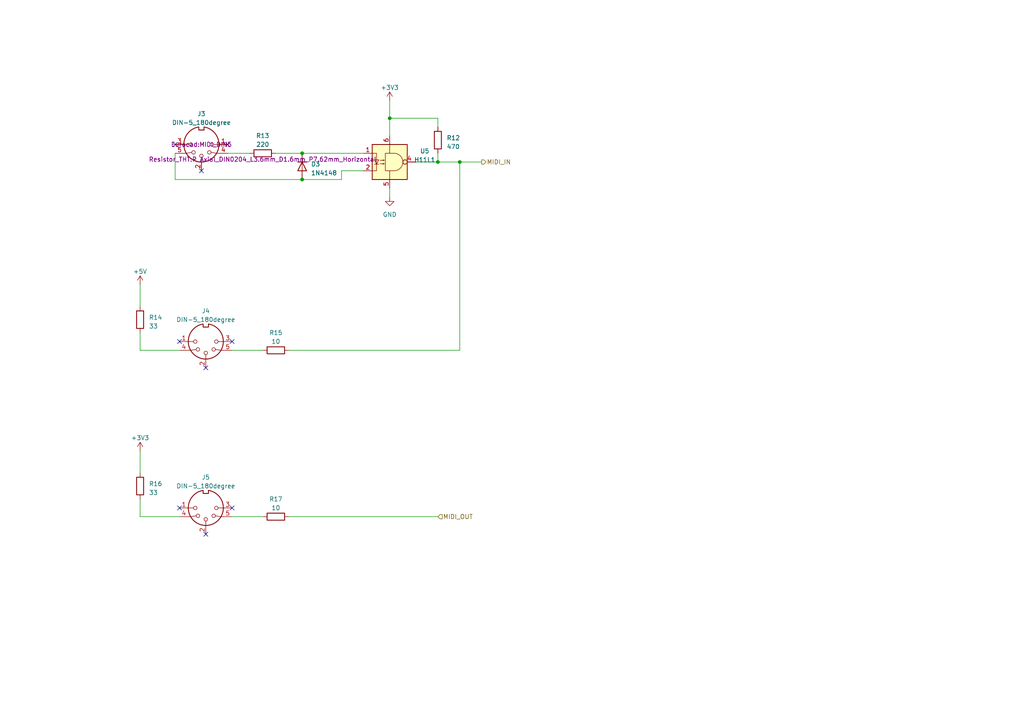
<source format=kicad_sch>
(kicad_sch (version 20230121) (generator eeschema)
  (paper "A4")
  (lib_symbols
    (symbol "Connector:DIN-5_180degree" (pin_names (offset 1.016))
      (property "Reference" "J" (at 3.175 5.715 0))
      (property "Value" "DIN-5_180degree" (at 0 -6.35 0))
      (symbol "DIN-5_180degree_0_1"
        (arc (start -5.08 0) (mid -3.8609 -3.3364) (end -0.762 -5.08) (stroke (width 0.254)))
        (circle (center -3.048 0) (radius 0.508))
        (circle (center -2.286 2.286) (radius 0.508))
        (polyline (pts (xy -5.08 0) (xy -3.556 0)))
        (polyline (pts (xy 0 5.08) (xy 0 3.81)))
        (polyline (pts (xy 5.08 0) (xy 3.556 0)))
        (polyline (pts (xy -5.08 2.54) (xy -4.318 2.54) (xy -2.794 2.286)))
        (polyline (pts (xy 5.08 2.54) (xy 4.318 2.54) (xy 2.794 2.286)))
        (polyline (pts (xy -0.762 -4.953) (xy -0.762 -4.191) (xy 0.762 -4.191) (xy 0.762 -4.953)) (stroke (width 0.254)))
        (circle (center 0 3.302) (radius 0.508))
        (arc (start 0.762 -5.08) (mid 3.8685 -3.343) (end 5.08 0) (stroke (width 0.254)))
        (circle (center 2.286 2.286) (radius 0.508))
        (circle (center 3.048 0) (radius 0.508))
        (arc (start 5.08 0) (mid 0 5.0579) (end -5.08 0) (stroke (width 0.254)))
      )
      (symbol "DIN-5_180degree_1_1"
        (pin passive line (at -7.62 0 0) (length 2.54) (name "~") (number "1"))
        (pin passive line (at 0 7.62 270) (length 2.54) (name "~") (number "2"))
        (pin passive line (at 7.62 0 180) (length 2.54) (name "~") (number "3"))
        (pin passive line (at -7.62 2.54 0) (length 2.54) (name "~") (number "4"))
        (pin passive line (at 7.62 2.54 180) (length 2.54) (name "~") (number "5"))
      )
    )
    (symbol "Device:R" (pin_numbers hide) (pin_names (offset 0))
      (property "Reference" "R" (at 2.032 0 90))
      (property "Value" "R" (at 0 0 90))
      (symbol "R_0_1"
        (rectangle (start -1.016 -2.54) (end 1.016 2.54) (stroke (width 0.254)))
      )
      (symbol "R_1_1"
        (pin passive line (at 0 3.81 270) (length 1.27) (name "~") (number "1"))
        (pin passive line (at 0 -3.81 90) (length 1.27) (name "~") (number "2"))
      )
    )
    (symbol "Diode:1N4148" (pin_numbers hide) (pin_names hide)
      (property "Reference" "D" (at 0 2.54 0))
      (property "Value" "1N4148" (at 0 -2.54 0))
      (symbol "1N4148_0_1"
        (polyline (pts (xy -1.27 1.27) (xy -1.27 -1.27)) (stroke (width 0.254)))
        (polyline (pts (xy 1.27 0) (xy -1.27 0)))
        (polyline (pts (xy 1.27 1.27) (xy 1.27 -1.27) (xy -1.27 0) (xy 1.27 1.27)) (stroke (width 0.254)))
      )
      (symbol "1N4148_1_1"
        (pin passive line (at -3.81 0 0) (length 2.54) (name "K") (number "1"))
        (pin passive line (at 3.81 0 180) (length 2.54) (name "A") (number "2"))
      )
    )
    (symbol "Isolator:H11L1" (pin_names (offset 1.016))
      (property "Reference" "U" (at 1.27 8.89 0))
      (property "Value" "H11L1" (at 1.27 6.35 0))
      (symbol "H11L1_0_1"
        (rectangle (start -5.08 5.08) (end 5.08 -5.08) (stroke (width 0.254)) (fill (type background)))
        (polyline (pts (xy -4.445 -0.635) (xy -3.175 -0.635)))
        (polyline (pts (xy 0 2.54) (xy 0 5.08)))
        (polyline (pts (xy 0 -2.54) (xy 0 -5.08) (xy 0 -3.81)))
        (polyline (pts (xy -5.08 -2.54) (xy -3.81 -2.54) (xy -3.81 2.54) (xy -5.08 2.54)))
        (polyline (pts (xy -3.81 -0.635) (xy -4.445 0.635) (xy -3.175 0.635) (xy -3.81 -0.635)))
        (polyline (pts (xy 1.27 -2.54) (xy -1.27 -2.54) (xy -1.27 2.54) (xy 1.27 2.54)))
        (polyline (pts (xy -2.794 -0.508) (xy -1.524 -0.508) (xy -1.905 -0.635) (xy -1.905 -0.381) (xy -1.524 -0.508)))
        (polyline (pts (xy -2.794 0.508) (xy -1.524 0.508) (xy -1.905 0.381) (xy -1.905 0.635) (xy -1.524 0.508)))
        (arc (start 1.27 -2.54) (mid 3.799 0) (end 1.27 2.54))
      )
      (symbol "H11L1_1_1"
        (pin passive line (at -7.62 2.54 0) (length 2.54) (name "~") (number "1"))
        (pin passive line (at -7.62 -2.54 0) (length 2.54) (name "~") (number "2"))
        (pin no_connect line (at -5.08 0 0) (length 2.54) hide (name "~") (number "3"))
        (pin output inverted (at 7.62 0 180) (length 3.81) (name "~") (number "4"))
        (pin power_in line (at 0 -7.62 90) (length 2.54) (name "~") (number "5"))
        (pin power_in line (at 0 7.62 270) (length 2.54) (name "~") (number "6"))
      )
    )
    (symbol "power:+3V3" (power) (pin_names (offset 0))
      (property "Value" "+3V3" (at 0 3.556 0))
      (symbol "+3V3_0_1"
        (polyline (pts (xy -0.762 1.27) (xy 0 2.54)))
        (polyline (pts (xy 0 0) (xy 0 2.54)))
        (polyline (pts (xy 0 2.54) (xy 0.762 1.27)))
      )
      (symbol "+3V3_1_1"
        (pin power_in line (at 0 0 90) (length 0) hide (name "+3V3") (number "1"))
      )
    )
    (symbol "power:+5V" (power) (pin_names (offset 0))
      (property "Value" "+5V" (at 0 3.556 0))
      (symbol "+5V_0_1"
        (polyline (pts (xy -0.762 1.27) (xy 0 2.54)))
        (polyline (pts (xy 0 0) (xy 0 2.54)))
        (polyline (pts (xy 0 2.54) (xy 0.762 1.27)))
      )
      (symbol "+5V_1_1"
        (pin power_in line (at 0 0 90) (length 0) hide (name "+5V") (number "1"))
      )
    )
    (symbol "power:GND" (power) (pin_names (offset 0))
      (property "Value" "GND" (at 0 -3.81 0))
      (symbol "GND_0_1"
        (polyline (pts (xy 0 0) (xy 0 -1.27) (xy 1.27 -1.27) (xy 0 -2.54) (xy -1.27 -1.27) (xy 0 -1.27)))
      )
      (symbol "GND_1_1"
        (pin power_in line (at 0 0 270) (length 0) hide (name "GND") (number "1"))
      )
    )
  )
  (junction (at 127 46.99))
  (junction (at 87.63 52.07))
  (junction (at 113.03 34.29))
  (junction (at 133.35 46.99))
  (junction (at 87.63 44.45))
  (no_connect (at 59.69 106.68))
  (no_connect (at 67.31 147.32))
  (no_connect (at 67.31 99.06))
  (no_connect (at 50.8 41.91))
  (no_connect (at 52.07 147.32))
  (no_connect (at 52.07 99.06))
  (no_connect (at 58.42 49.53))
  (no_connect (at 66.04 41.91))
  (no_connect (at 59.69 154.94))
  (wire (pts (xy 52.07 101.6) (xy 40.64 101.6)))
  (wire (pts (xy 50.8 44.45) (xy 50.8 52.07)))
  (wire (pts (xy 83.82 149.86) (xy 127 149.86)))
  (wire (pts (xy 120.65 46.99) (xy 127 46.99)))
  (wire (pts (xy 80.01 44.45) (xy 87.63 44.45)))
  (wire (pts (xy 99.06 52.07) (xy 99.06 49.53)))
  (wire (pts (xy 133.35 46.99) (xy 133.35 101.6)))
  (wire (pts (xy 113.03 34.29) (xy 113.03 39.37)))
  (wire (pts (xy 113.03 29.21) (xy 113.03 34.29)))
  (wire (pts (xy 40.64 144.78) (xy 40.64 149.86)))
  (wire (pts (xy 52.07 149.86) (xy 40.64 149.86)))
  (wire (pts (xy 99.06 49.53) (xy 105.41 49.53)))
  (wire (pts (xy 50.8 52.07) (xy 87.63 52.07)))
  (wire (pts (xy 113.03 34.29) (xy 127 34.29)))
  (wire (pts (xy 83.82 101.6) (xy 133.35 101.6)))
  (wire (pts (xy 113.03 54.61) (xy 113.03 57.15)))
  (wire (pts (xy 40.64 82.55) (xy 40.64 88.9)))
  (wire (pts (xy 127 34.29) (xy 127 36.83)))
  (wire (pts (xy 40.64 96.52) (xy 40.64 101.6)))
  (wire (pts (xy 127 46.99) (xy 133.35 46.99)))
  (wire (pts (xy 66.04 44.45) (xy 72.39 44.45)))
  (wire (pts (xy 87.63 44.45) (xy 105.41 44.45)))
  (wire (pts (xy 87.63 52.07) (xy 99.06 52.07)))
  (wire (pts (xy 40.64 130.81) (xy 40.64 137.16)))
  (wire (pts (xy 67.31 101.6) (xy 76.2 101.6)))
  (wire (pts (xy 67.31 149.86) (xy 76.2 149.86)))
  (wire (pts (xy 127 44.45) (xy 127 46.99)))
  (wire (pts (xy 133.35 46.99) (xy 139.7 46.99)))
  (hierarchical_label "MIDI_OUT" (shape input) (at 127 149.86 0))
  (hierarchical_label "MIDI_IN" (shape output) (at 139.7 46.99 0))
  (symbol (lib_id "power:GND") (at 113.03 57.15 0) (unit 1)
    (property "Reference" "#PWR043" (effects hide))
    (property "Value" "GND" (at 113.03 62.23 0))
  )
  (symbol (lib_id "power:+5V") (at 40.64 82.55 0) (unit 1)
    (property "Reference" "#PWR044" (effects hide))
    (property "Value" "+5V" (at 40.64 78.74 0))
    (instances (project "autoharpie" (path "" (reference "#PWR044") (unit 1))) (project "basilbox" (path "" (reference "#PWR05") (unit 1))))
  )
  (symbol (lib_id "power:+3V3") (at 40.64 130.81 0) (unit 1)
    (property "Reference" "#PWR045" (effects hide))
    (property "Value" "+3V3" (at 40.64 127 0))
  )
  (symbol (lib_id "Isolator:H11L1") (at 113.03 46.99 0) (unit 1)
    (property "Reference" "U5" (at 123.19 43.8151 0))
    (property "Value" "H11L1" (at 123.19 46.3551 0))
    (property "Footprint" "Package_DIP:DIP-6_W7.62mm" (effects hide))
    (property "Datasheet" "https://www.onsemi.com/pub/Collateral/H11L3M-D.PDF" (effects hide))
  )
  (symbol (lib_id "Device:R") (at 127 40.64 0) (unit 1)
    (property "Reference" "R12" (at 129.54 40.005 0) (effects (justify left)))
    (property "Value" "470" (at 129.54 42.545 0) (effects (justify left)))
    (property "Footprint" "Resistor_THT:R_Axial_DIN0204_L3.6mm_D1.6mm_P7.62mm_Horizontal" (effects hide))
  )
  (symbol (lib_id "Device:R") (at 80.01 101.6 90) (unit 1)
    (property "Reference" "R15" (at 80.01 96.52 90))
    (property "Value" "10" (at 80.01 99.06 90))
    (property "Footprint" "Resistor_THT:R_Axial_DIN0207_L6.3mm_D2.5mm_P7.62mm_Horizontal" (effects hide))
    (instances (project "autoharpie" (path "" (reference "R15") (unit 1))) (project "basilbox" (path "" (reference "R7") (unit 1))))
  )
  (symbol (lib_id "Connector:DIN-5_180degree") (at 58.42 41.91 180) (unit 1)
    (property "Reference" "J3" (at 58.4199 33.02 0))
    (property "Value" "DIN-5_180degree" (at 58.4199 35.56 0))
    (property "Footprint" "Eurocad:MIDI_DIN5" (at 58.42 41.91 0))
    (property "Datasheet" "http://www.mouser.com/ds/2/18/40_c091_abd_e-75918.pdf" (effects hide))
    (instances (project "autoharpie" (path "" (reference "J3") (unit 1))) (project "basilbox" (path "" (reference "J1") (unit 1))))
  )
  (symbol (lib_id "Connector:DIN-5_180degree") (at 59.69 99.06 0) (mirror x) (unit 1)
    (property "Reference" "J4" (at 59.6901 90.17 0))
    (property "Value" "DIN-5_180degree" (at 59.6901 92.71 0))
    (property "Footprint" "Eurocad:MIDI_DIN5" (effects hide))
    (property "Datasheet" "http://www.mouser.com/ds/2/18/40_c091_abd_e-75918.pdf" (effects hide))
    (instances (project "autoharpie" (path "" (reference "J4") (unit 1))) (project "basilbox" (path "" (reference "J2") (unit 1))))
  )
  (symbol (lib_id "Device:R") (at 40.64 140.97 0) (unit 1)
    (property "Reference" "R16" (at 43.18 140.335 0) (effects (justify left)))
    (property "Value" "33" (at 43.18 142.875 0) (effects (justify left)))
    (property "Footprint" "Resistor_THT:R_Axial_DIN0204_L3.6mm_D1.6mm_P7.62mm_Horizontal" (effects hide))
    (instances (project "autoharpie" (path "" (reference "R16") (unit 1))) (project "basilbox" (path "" (reference "R4") (unit 1))))
  )
  (symbol (lib_id "Diode:1N4148") (at 87.63 48.26 270) (unit 1)
    (property "Reference" "D3" (at 90.17 47.625 90) (effects (justify left)))
    (property "Value" "1N4148" (at 90.17 50.165 90) (effects (justify left)))
    (property "Footprint" "Diode_THT:D_DO-35_SOD27_P7.62mm_Horizontal" (effects hide))
    (property "Datasheet" "https://assets.nexperia.com/documents/data-sheet/1N4148_1N4448.pdf" (effects hide))
    (property "Sim.Device" "D" (effects hide))
    (property "Sim.Pins" "1=K 2=A" (effects hide))
  )
  (symbol (lib_id "power:+3V3") (at 113.03 29.21 0) (unit 1)
    (property "Reference" "#PWR042" (effects hide))
    (property "Value" "+3V3" (at 113.03 25.4 0))
  )
  (symbol (lib_id "Device:R") (at 76.2 44.45 90) (unit 1)
    (property "Reference" "R13" (at 76.2 39.37 90))
    (property "Value" "220" (at 76.2 41.91 90))
    (property "Footprint" "Resistor_THT:R_Axial_DIN0204_L3.6mm_D1.6mm_P7.62mm_Horizontal" (at 76.2 46.228 90))
    (instances (project "autoharpie" (path "" (reference "R13") (unit 1))) (project "basilbox" (path "" (reference "R5") (unit 1))))
  )
  (symbol (lib_id "Connector:DIN-5_180degree") (at 59.69 147.32 0) (mirror x) (unit 1)
    (property "Reference" "J5" (at 59.6901 138.43 0))
    (property "Value" "DIN-5_180degree" (at 59.6901 140.97 0))
    (property "Footprint" "Eurocad:MIDI_DIN5" (effects hide))
    (property "Datasheet" "http://www.mouser.com/ds/2/18/40_c091_abd_e-75918.pdf" (effects hide))
    (instances (project "autoharpie" (path "" (reference "J5") (unit 1))) (project "basilbox" (path "" (reference "J3") (unit 1))))
  )
  (symbol (lib_id "Device:R") (at 40.64 92.71 0) (unit 1)
    (property "Reference" "R14" (at 43.18 92.075 0) (effects (justify left)))
    (property "Value" "33" (at 43.18 94.615 0) (effects (justify left)))
    (property "Footprint" "Resistor_THT:R_Axial_DIN0204_L3.6mm_D1.6mm_P7.62mm_Horizontal" (effects hide))
    (instances (project "autoharpie" (path "" (reference "R14") (unit 1))) (project "basilbox" (path "" (reference "R4") (unit 1))))
  )
  (symbol (lib_id "Device:R") (at 80.01 149.86 90) (unit 1)
    (property "Reference" "R17" (at 80.01 144.78 90))
    (property "Value" "10" (at 80.01 147.32 90))
    (property "Footprint" "Resistor_THT:R_Axial_DIN0204_L3.6mm_D1.6mm_P7.62mm_Horizontal" (effects hide))
    (instances (project "autoharpie" (path "" (reference "R17") (unit 1))) (project "basilbox" (path "" (reference "R7") (unit 1))))
  )
)
</source>
